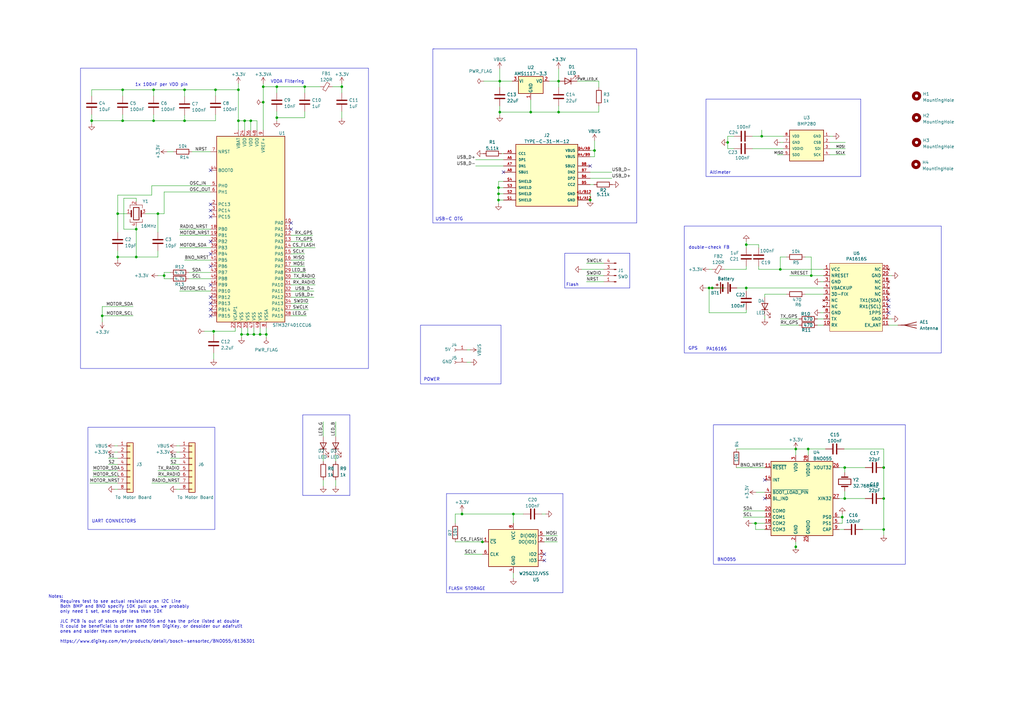
<source format=kicad_sch>
(kicad_sch (version 20231120) (generator "eeschema") (generator_version "8.0")
  (paper "A3")
  (junction (at 309.88 214.63))
  (junction (at 87.63 135.89))
  (junction (at 62.992 36.83))
  (junction (at 99.06 137.16))
  (junction (at 326.39 184.15))
  (junction (at 229.108 45.974))
  (junction (at 306.07 100.33))
  (junction (at 346.456 204.47))
  (junction (at 345.44 212.09))
  (junction (at 243.84 61.722))
  (junction (at 326.39 224.282))
  (junction (at 55.88 93.98))
  (junction (at 197.866 222.25))
  (junction (at 64.77 87.63))
  (junction (at 62.992 49.53))
  (junction (at 320.04 110.49))
  (junction (at 204.47 76.962))
  (junction (at 346.456 191.77))
  (junction (at 48.26 105.41))
  (junction (at 204.47 82.042))
  (junction (at 124.968 35.56))
  (junction (at 362.458 191.77))
  (junction (at 48.26 87.63))
  (junction (at 106.68 137.16))
  (junction (at 75.692 36.83))
  (junction (at 306.07 118.11))
  (junction (at 55.88 105.41))
  (junction (at 113.538 35.56))
  (junction (at 204.47 79.502))
  (junction (at 101.6 137.16))
  (junction (at 140.208 35.56))
  (junction (at 210.566 210.82))
  (junction (at 41.91 129.54))
  (junction (at 204.978 33.274))
  (junction (at 102.87 49.53))
  (junction (at 298.45 58.42))
  (junction (at 362.458 217.17))
  (junction (at 331.47 184.15))
  (junction (at 229.108 33.274))
  (junction (at 107.95 41.91))
  (junction (at 104.14 137.16))
  (junction (at 67.31 113.03))
  (junction (at 107.95 35.56))
  (junction (at 88.392 36.83))
  (junction (at 290.83 118.11))
  (junction (at 332.74 113.03))
  (junction (at 97.79 36.83))
  (junction (at 100.33 49.53))
  (junction (at 217.678 45.974))
  (junction (at 97.79 49.53))
  (junction (at 50.292 36.83))
  (junction (at 37.592 49.53))
  (junction (at 109.22 137.16))
  (junction (at 50.292 49.53))
  (junction (at 113.538 48.26))
  (junction (at 204.978 45.974))
  (junction (at 242.062 82.042))
  (junction (at 189.484 210.82))
  (junction (at 75.692 49.53))
  (junction (at 312.42 55.88))
  (junction (at 362.458 204.47))
  (junction (at 292.1 118.11))
  (no_connect (at 86.36 127))
  (no_connect (at 364.49 125.73))
  (no_connect (at 364.49 128.27))
  (no_connect (at 86.36 99.06))
  (no_connect (at 119.38 93.98))
  (no_connect (at 206.502 70.612))
  (no_connect (at 86.36 121.92))
  (no_connect (at 86.36 116.84))
  (no_connect (at 86.36 104.14))
  (no_connect (at 86.36 83.82))
  (no_connect (at 119.38 91.44))
  (no_connect (at 86.36 86.36))
  (no_connect (at 86.36 88.9))
  (no_connect (at 86.36 69.85))
  (no_connect (at 242.062 68.072))
  (no_connect (at 364.49 123.19))
  (no_connect (at 313.69 196.85))
  (no_connect (at 313.69 204.47))
  (no_connect (at 86.36 109.22))
  (no_connect (at 86.36 124.46))
  (no_connect (at 223.266 227.33))
  (no_connect (at 223.266 229.87))
  (no_connect (at 86.36 129.54))
  (wire (pts (xy 346.456 191.77) (xy 354.838 191.77)))
  (wire (pts (xy 68.58 62.23) (xy 71.12 62.23)))
  (polyline (pts (xy 231.648 103.886) (xy 231.648 118.11)))
  (wire (pts (xy 290.83 118.11) (xy 290.83 128.27)))
  (wire (pts (xy 88.392 36.83) (xy 97.79 36.83)))
  (wire (pts (xy 298.45 60.96) (xy 300.99 60.96)))
  (wire (pts (xy 119.38 96.52) (xy 128.27 96.52)))
  (wire (pts (xy 229.108 43.434) (xy 229.108 45.974)))
  (wire (pts (xy 346.202 184.15) (xy 362.458 184.15)))
  (wire (pts (xy 87.63 144.78) (xy 87.63 147.32)))
  (wire (pts (xy 55.88 93.98) (xy 55.88 92.71)))
  (wire (pts (xy 309.88 217.17) (xy 309.88 214.63)))
  (wire (pts (xy 312.42 55.88) (xy 321.31 55.88)))
  (wire (pts (xy 62.23 76.2) (xy 62.23 80.01)))
  (wire (pts (xy 323.85 113.03) (xy 332.74 113.03)))
  (wire (pts (xy 247.65 107.95) (xy 240.538 107.95)))
  (wire (pts (xy 292.1 110.49) (xy 290.83 110.49)))
  (wire (pts (xy 48.26 87.63) (xy 48.26 95.25)))
  (wire (pts (xy 41.91 129.54) (xy 54.61 129.54)))
  (wire (pts (xy 190.5 227.33) (xy 197.866 227.33)))
  (wire (pts (xy 124.968 45.72) (xy 124.968 48.26)))
  (wire (pts (xy 320.04 133.35) (xy 327.66 133.35)))
  (wire (pts (xy 132.588 186.69) (xy 132.588 189.23)))
  (wire (pts (xy 306.07 118.11) (xy 337.82 118.11)))
  (wire (pts (xy 107.95 41.91) (xy 107.95 53.34)))
  (wire (pts (xy 217.678 40.894) (xy 217.678 45.974)))
  (wire (pts (xy 132.588 196.85) (xy 132.588 199.39)))
  (wire (pts (xy 77.47 114.3) (xy 86.36 114.3)))
  (wire (pts (xy 50.292 46.99) (xy 50.292 49.53)))
  (wire (pts (xy 346.456 204.47) (xy 344.17 204.47)))
  (wire (pts (xy 204.978 33.274) (xy 210.058 33.274)))
  (wire (pts (xy 344.17 217.17) (xy 346.202 217.17)))
  (wire (pts (xy 310.134 201.93) (xy 313.69 201.93)))
  (wire (pts (xy 97.79 34.29) (xy 97.79 36.83)))
  (wire (pts (xy 48.26 87.63) (xy 52.07 87.63)))
  (wire (pts (xy 62.992 46.99) (xy 62.992 49.53)))
  (wire (pts (xy 362.458 191.77) (xy 362.458 204.47)))
  (wire (pts (xy 243.84 61.722) (xy 242.062 61.722)))
  (polyline (pts (xy 261.112 91.44) (xy 177.546 91.44)))
  (wire (pts (xy 242.062 70.612) (xy 250.952 70.612)))
  (wire (pts (xy 102.87 49.53) (xy 100.33 49.53)))
  (wire (pts (xy 140.208 34.29) (xy 140.208 35.56)))
  (wire (pts (xy 64.77 87.63) (xy 64.77 95.25)))
  (wire (pts (xy 326.39 222.25) (xy 326.39 224.282)))
  (wire (pts (xy 101.6 134.62) (xy 101.6 137.16)))
  (wire (pts (xy 336.55 115.57) (xy 337.82 115.57)))
  (wire (pts (xy 189.484 209.804) (xy 189.484 210.82)))
  (wire (pts (xy 48.26 102.87) (xy 48.26 105.41)))
  (wire (pts (xy 313.69 120.65) (xy 313.69 121.92)))
  (wire (pts (xy 46.99 200.66) (xy 48.26 200.66)))
  (wire (pts (xy 62.23 80.01) (xy 48.26 80.01)))
  (wire (pts (xy 88.392 49.53) (xy 75.692 49.53)))
  (wire (pts (xy 204.978 28.194) (xy 204.978 33.274)))
  (wire (pts (xy 41.91 125.73) (xy 41.91 129.54)))
  (wire (pts (xy 223.266 222.25) (xy 228.6 222.25)))
  (wire (pts (xy 50.8 81.28) (xy 50.8 93.98)))
  (wire (pts (xy 364.49 113.03) (xy 365.76 113.03)))
  (wire (pts (xy 229.108 45.974) (xy 217.678 45.974)))
  (wire (pts (xy 113.538 45.72) (xy 113.538 48.26)))
  (wire (pts (xy 72.39 200.66) (xy 73.66 200.66)))
  (polyline (pts (xy 230.886 243.078) (xy 183.134 243.078)))
  (wire (pts (xy 88.392 39.37) (xy 88.392 36.83)))
  (polyline (pts (xy 183.134 202.438) (xy 230.886 202.438)))
  (wire (pts (xy 55.88 93.98) (xy 55.88 105.41)))
  (wire (pts (xy 340.36 60.96) (xy 346.71 60.96)))
  (wire (pts (xy 124.968 38.1) (xy 124.968 35.56)))
  (wire (pts (xy 320.04 105.41) (xy 322.58 105.41)))
  (wire (pts (xy 55.88 81.28) (xy 50.8 81.28)))
  (polyline (pts (xy 183.134 202.438) (xy 183.134 243.078)))
  (wire (pts (xy 132.588 172.974) (xy 132.588 179.07)))
  (wire (pts (xy 140.208 45.72) (xy 140.208 48.514)))
  (wire (pts (xy 292.1 118.11) (xy 297.18 118.11)))
  (wire (pts (xy 119.38 121.92) (xy 128.778 121.92)))
  (polyline (pts (xy 124.206 203.2) (xy 143.51 203.2)))
  (wire (pts (xy 204.978 33.274) (xy 204.978 35.814)))
  (wire (pts (xy 204.47 76.962) (xy 204.47 79.502)))
  (wire (pts (xy 302.006 191.77) (xy 313.69 191.77)))
  (wire (pts (xy 109.22 137.16) (xy 109.22 138.43)))
  (wire (pts (xy 331.47 184.15) (xy 331.47 186.69)))
  (wire (pts (xy 97.79 36.83) (xy 97.79 49.53)))
  (wire (pts (xy 326.39 184.15) (xy 326.39 186.69)))
  (wire (pts (xy 344.17 212.09) (xy 345.44 212.09)))
  (wire (pts (xy 320.04 110.49) (xy 337.82 110.49)))
  (wire (pts (xy 83.82 135.89) (xy 87.63 135.89)))
  (wire (pts (xy 306.07 110.49) (xy 306.07 109.22)))
  (wire (pts (xy 312.42 53.34) (xy 312.42 55.88)))
  (wire (pts (xy 73.66 101.6) (xy 86.36 101.6)))
  (wire (pts (xy 119.38 129.54) (xy 125.73 129.54)))
  (wire (pts (xy 113.538 48.26) (xy 124.968 48.26)))
  (wire (pts (xy 198.12 222.25) (xy 197.866 222.25)))
  (wire (pts (xy 67.31 114.3) (xy 69.85 114.3)))
  (wire (pts (xy 105.41 49.53) (xy 102.87 49.53)))
  (wire (pts (xy 345.44 214.63) (xy 345.44 212.09)))
  (wire (pts (xy 290.83 118.11) (xy 292.1 118.11)))
  (wire (pts (xy 245.618 33.274) (xy 245.618 35.814)))
  (wire (pts (xy 137.668 196.85) (xy 137.668 199.39)))
  (wire (pts (xy 198.374 33.274) (xy 204.978 33.274)))
  (wire (pts (xy 64.77 195.58) (xy 73.66 195.58)))
  (wire (pts (xy 353.822 217.17) (xy 362.458 217.17)))
  (wire (pts (xy 320.04 58.42) (xy 321.31 58.42)))
  (wire (pts (xy 298.45 58.42) (xy 298.45 60.96)))
  (wire (pts (xy 101.6 137.16) (xy 99.06 137.16)))
  (wire (pts (xy 204.47 79.502) (xy 206.502 79.502)))
  (wire (pts (xy 245.618 45.974) (xy 229.108 45.974)))
  (wire (pts (xy 225.298 33.274) (xy 229.108 33.274)))
  (wire (pts (xy 109.22 134.62) (xy 109.22 137.16)))
  (wire (pts (xy 109.22 137.16) (xy 106.68 137.16)))
  (wire (pts (xy 326.39 184.15) (xy 331.47 184.15)))
  (wire (pts (xy 106.68 134.62) (xy 106.68 137.16)))
  (polyline (pts (xy 177.546 91.44) (xy 177.546 20.066)))
  (wire (pts (xy 311.15 110.49) (xy 320.04 110.49)))
  (wire (pts (xy 124.968 35.56) (xy 131.318 35.56)))
  (wire (pts (xy 73.66 96.52) (xy 86.36 96.52)))
  (wire (pts (xy 346.456 204.47) (xy 354.838 204.47)))
  (wire (pts (xy 222.25 210.82) (xy 223.774 210.82)))
  (wire (pts (xy 69.85 187.96) (xy 73.66 187.96)))
  (wire (pts (xy 137.668 172.974) (xy 137.668 179.07)))
  (wire (pts (xy 55.88 82.55) (xy 55.88 81.28)))
  (polyline (pts (xy 261.112 20.066) (xy 261.112 91.44)))
  (polyline (pts (xy 231.648 103.886) (xy 258.318 103.886)))
  (wire (pts (xy 50.8 93.98) (xy 55.88 93.98)))
  (wire (pts (xy 46.99 182.88) (xy 48.26 182.88)))
  (wire (pts (xy 336.55 128.27) (xy 337.82 128.27)))
  (wire (pts (xy 119.38 124.46) (xy 126.492 124.46)))
  (wire (pts (xy 106.68 137.16) (xy 104.14 137.16)))
  (wire (pts (xy 242.062 73.152) (xy 250.952 73.152)))
  (wire (pts (xy 313.69 120.65) (xy 322.58 120.65)))
  (wire (pts (xy 240.538 115.57) (xy 247.65 115.57)))
  (wire (pts (xy 332.74 113.03) (xy 332.74 105.41)))
  (wire (pts (xy 238.506 110.49) (xy 247.65 110.49)))
  (wire (pts (xy 119.38 104.14) (xy 124.968 104.14)))
  (wire (pts (xy 204.47 76.962) (xy 206.502 76.962)))
  (wire (pts (xy 223.266 219.71) (xy 228.6 219.71)))
  (wire (pts (xy 186.69 210.82) (xy 189.484 210.82)))
  (wire (pts (xy 37.592 39.37) (xy 37.592 36.83)))
  (wire (pts (xy 75.692 49.53) (xy 62.992 49.53)))
  (wire (pts (xy 64.77 105.41) (xy 55.88 105.41)))
  (wire (pts (xy 206.502 74.422) (xy 204.47 74.422)))
  (wire (pts (xy 306.07 100.33) (xy 311.15 100.33)))
  (wire (pts (xy 229.108 33.274) (xy 229.108 28.194)))
  (wire (pts (xy 140.208 35.56) (xy 140.208 38.1)))
  (wire (pts (xy 302.26 118.11) (xy 306.07 118.11)))
  (wire (pts (xy 113.538 35.56) (xy 107.95 35.56)))
  (wire (pts (xy 44.45 190.5) (xy 48.26 190.5)))
  (wire (pts (xy 191.516 143.51) (xy 192.786 143.51)))
  (wire (pts (xy 242.062 79.502) (xy 242.062 82.042)))
  (wire (pts (xy 308.356 214.63) (xy 309.88 214.63)))
  (wire (pts (xy 62.23 198.12) (xy 73.66 198.12)))
  (wire (pts (xy 330.2 120.65) (xy 337.82 120.65)))
  (wire (pts (xy 243.84 57.658) (xy 243.84 61.722)))
  (wire (pts (xy 191.516 148.59) (xy 193.04 148.59)))
  (wire (pts (xy 38.1 195.58) (xy 48.26 195.58)))
  (wire (pts (xy 298.45 55.88) (xy 298.45 58.42)))
  (wire (pts (xy 75.692 47.244) (xy 75.692 49.53)))
  (wire (pts (xy 54.61 125.73) (xy 41.91 125.73)))
  (wire (pts (xy 75.692 36.83) (xy 75.692 39.624)))
  (wire (pts (xy 210.566 214.63) (xy 210.566 210.82)))
  (wire (pts (xy 100.33 49.53) (xy 100.33 53.34)))
  (wire (pts (xy 136.398 35.56) (xy 140.208 35.56)))
  (wire (pts (xy 304.8 212.09) (xy 313.69 212.09)))
  (polyline (pts (xy 258.318 118.11) (xy 231.648 118.11)))
  (wire (pts (xy 44.45 187.96) (xy 48.26 187.96)))
  (wire (pts (xy 72.39 185.42) (xy 73.66 185.42)))
  (wire (pts (xy 107.95 34.29) (xy 107.95 35.56)))
  (wire (pts (xy 362.458 204.47) (xy 362.458 217.17)))
  (wire (pts (xy 104.14 137.16) (xy 101.6 137.16)))
  (wire (pts (xy 326.39 224.282) (xy 326.39 225.298)))
  (polyline (pts (xy 177.546 20.066) (xy 178.054 20.066)))
  (wire (pts (xy 311.15 100.33) (xy 311.15 101.6)))
  (wire (pts (xy 67.31 87.63) (xy 64.77 87.63)))
  (wire (pts (xy 62.992 36.83) (xy 62.992 39.37)))
  (polyline (pts (xy 258.318 103.886) (xy 258.318 118.11)))
  (wire (pts (xy 345.44 210.82) (xy 345.44 212.09)))
  (wire (pts (xy 186.69 222.25) (xy 197.866 222.25)))
  (wire (pts (xy 364.49 130.81) (xy 365.76 130.81)))
  (wire (pts (xy 306.07 119.38) (xy 306.07 118.11)))
  (wire (pts (xy 75.692 36.83) (xy 88.392 36.83)))
  (wire (pts (xy 113.538 48.26) (xy 113.538 49.53)))
  (wire (pts (xy 313.69 129.54) (xy 313.69 130.81)))
  (wire (pts (xy 50.292 49.53) (xy 37.592 49.53)))
  (polyline (pts (xy 230.886 202.438) (xy 230.886 243.078)))
  (polyline (pts (xy 143.51 170.18) (xy 124.206 170.18)))
  (wire (pts (xy 308.61 60.96) (xy 321.31 60.96)))
  (wire (pts (xy 36.83 198.12) (xy 48.26 198.12)))
  (wire (pts (xy 186.69 210.82) (xy 186.69 214.63)))
  (wire (pts (xy 204.47 79.502) (xy 204.47 82.042)))
  (wire (pts (xy 204.47 74.422) (xy 204.47 76.962)))
  (wire (pts (xy 210.566 210.82) (xy 214.63 210.82)))
  (wire (pts (xy 204.978 45.974) (xy 204.978 47.244)))
  (wire (pts (xy 304.8 209.55) (xy 313.69 209.55)))
  (wire (pts (xy 41.91 129.54) (xy 41.91 132.08)))
  (wire (pts (xy 67.31 78.74) (xy 67.31 87.63)))
  (wire (pts (xy 96.52 135.89) (xy 96.52 134.62)))
  (wire (pts (xy 204.978 43.434) (xy 204.978 45.974)))
  (wire (pts (xy 87.63 135.89) (xy 96.52 135.89)))
  (wire (pts (xy 308.61 55.88) (xy 312.42 55.88)))
  (polyline (pts (xy 124.206 170.434) (xy 124.206 203.2)))
  (polyline (pts (xy 124.206 170.18) (xy 124.206 170.434)))
  (wire (pts (xy 119.38 101.6) (xy 129.286 101.6)))
  (wire (pts (xy 332.74 113.03) (xy 337.82 113.03)))
  (wire (pts (xy 107.95 35.56) (xy 107.95 41.91)))
  (wire (pts (xy 119.38 106.68) (xy 124.968 106.68)))
  (wire (pts (xy 206.502 82.042) (xy 204.47 82.042)))
  (wire (pts (xy 119.38 109.22) (xy 124.968 109.22)))
  (wire (pts (xy 102.87 49.53) (xy 102.87 53.34)))
  (wire (pts (xy 124.968 35.56) (xy 113.538 35.56)))
  (wire (pts (xy 340.36 58.42) (xy 346.71 58.42)))
  (wire (pts (xy 88.392 46.99) (xy 88.392 49.53)))
  (wire (pts (xy 217.678 45.974) (xy 204.978 45.974)))
  (wire (pts (xy 210.566 234.95) (xy 210.566 237.236)))
  (wire (pts (xy 195.072 68.072) (xy 206.502 68.072)))
  (wire (pts (xy 48.26 105.41) (xy 48.26 106.68)))
  (wire (pts (xy 62.23 76.2) (xy 86.36 76.2)))
  (wire (pts (xy 362.458 217.17) (xy 362.458 219.456)))
  (wire (pts (xy 206.502 65.532) (xy 195.072 65.532)))
  (wire (pts (xy 344.17 191.77) (xy 346.456 191.77)))
  (wire (pts (xy 119.38 111.76) (xy 125.476 111.76)))
  (wire (pts (xy 137.668 186.69) (xy 137.668 189.23)))
  (wire (pts (xy 313.69 217.17) (xy 309.88 217.17)))
  (wire (pts (xy 37.592 49.53) (xy 37.592 50.8)))
  (wire (pts (xy 346.456 191.77) (xy 346.456 193.802)))
  (wire (pts (xy 99.06 134.62) (xy 99.06 137.16)))
  (wire (pts (xy 309.88 214.63) (xy 313.69 214.63)))
  (wire (pts (xy 67.31 111.76) (xy 67.31 113.03)))
  (wire (pts (xy 77.47 111.76) (xy 86.36 111.76)))
  (wire (pts (xy 46.99 185.42) (xy 48.26 185.42)))
  (wire (pts (xy 340.36 55.88) (xy 341.63 55.88)))
  (wire (pts (xy 67.31 113.03) (xy 67.31 114.3)))
  (wire (pts (xy 73.66 119.38) (xy 86.36 119.38)))
  (wire (pts (xy 204.47 82.042) (xy 204.47 83.566)))
  (wire (pts (xy 300.99 55.88) (xy 298.45 55.88)))
  (wire (pts (xy 113.538 35.56) (xy 113.538 38.1)))
  (wire (pts (xy 69.85 190.5) (xy 73.66 190.5)))
  (wire (pts (xy 242.062 75.692) (xy 243.586 75.692)))
  (wire (pts (xy 364.49 133.35) (xy 368.3 133.35)))
  (wire (pts (xy 119.38 116.84) (xy 129.286 116.84)))
  (wire (pts (xy 37.592 36.83) (xy 50.292 36.83)))
  (wire (pts (xy 330.2 105.41) (xy 332.74 105.41)))
  (wire (pts (xy 104.14 134.62) (xy 104.14 137.16)))
  (wire (pts (xy 119.38 99.06) (xy 128.27 99.06)))
  (wire (pts (xy 97.79 49.53) (xy 97.79 53.34)))
  (wire (pts (xy 320.04 105.41) (xy 320.04 110.49)))
  (wire (pts (xy 119.38 127) (xy 126.492 127)))
  (wire (pts (xy 245.618 43.434) (xy 245.618 45.974)))
  (wire (pts (xy 306.07 128.27) (xy 306.07 127)))
  (wire (pts (xy 236.728 33.274) (xy 245.618 33.274)))
  (wire (pts (xy 64.77 193.04) (xy 73.66 193.04)))
  (wire (pts (xy 205.74 62.992) (xy 206.502 62.992)))
  (wire (pts (xy 306.07 110.49) (xy 297.18 110.49)))
  (wire (pts (xy 99.06 137.16) (xy 99.06 138.43)))
  (wire (pts (xy 50.292 36.83) (xy 50.292 39.37)))
  (wire (pts (xy 67.31 111.76) (xy 69.85 111.76)))
  (wire (pts (xy 87.63 137.16) (xy 87.63 135.89)))
  (wire (pts (xy 302.006 184.15) (xy 326.39 184.15)))
  (wire (pts (xy 64.77 102.87) (xy 64.77 105.41)))
  (wire (pts (xy 72.39 182.88) (xy 73.66 182.88)))
  (wire (pts (xy 189.484 210.82) (xy 210.566 210.82)))
  (wire (pts (xy 73.66 93.98) (xy 86.36 93.98)))
  (wire (pts (xy 320.04 130.81) (xy 327.66 130.81)))
  (wire (pts (xy 344.17 214.63) (xy 345.44 214.63)))
  (wire (pts (xy 306.07 99.06) (xy 306.07 100.33)))
  (wire (pts (xy 105.41 53.34) (xy 105.41 49.53)))
  (wire (pts (xy 290.83 128.27) (xy 306.07 128.27)))
  (wire (pts (xy 59.69 87.63) (xy 64.77 87.63)))
  (wire (pts (xy 62.992 49.53) (xy 50.292 49.53)))
  (wire (pts (xy 119.38 114.3) (xy 129.286 114.3)))
  (wire (pts (xy 119.38 119.38) (xy 128.778 119.38)))
  (wire (pts (xy 48.26 80.01) (xy 48.26 87.63)))
  (wire (pts (xy 67.31 78.74) (xy 86.36 78.74)))
  (wire (pts (xy 100.33 49.53) (xy 97.79 49.53)))
  (wire (pts (xy 346.456 201.422) (xy 346.456 204.47)))
  (polyline (pts (xy 143.51 203.2) (xy 143.51 170.18)))
  (wire (pts (xy 242.062 64.262) (xy 243.84 64.262)))
  (wire (pts (xy 362.458 184.15) (xy 362.458 191.77)))
  (wire (pts (xy 67.31 113.03) (xy 64.77 113.03)))
  (wire (pts (xy 38.1 193.04) (xy 48.26 193.04)))
  (wire (pts (xy 306.07 100.33) (xy 306.07 101.6)))
  (wire (pts (xy 311.15 110.49) (xy 311.15 109.22)))
  (wire (pts (xy 75.692 106.68) (xy 86.36 106.68)))
  (wire (pts (xy 50.292 36.83) (xy 62.992 36.83)))
  (wire (pts (xy 243.84 64.262) (xy 243.84 61.722)))
  (wire (pts (xy 340.36 63.5) (xy 346.71 63.5)))
  (wire (pts (xy 331.47 184.15) (xy 338.582 184.15)))
  (wire (pts (xy 55.88 105.41) (xy 48.26 105.41)))
  (wire (pts (xy 335.28 133.35) (xy 337.82 133.35)))
  (wire (pts (xy 37.592 46.99) (xy 37.592 49.53)))
  (wire (pts (xy 335.28 130.81) (xy 337.82 130.81)))
  (wire (pts (xy 318.77 63.5) (xy 321.31 63.5)))
  (wire (pts (xy 229.108 33.274) (xy 229.108 35.814)))
  (wire (pts (xy 62.992 36.83) (xy 75.692 36.83)))
  (wire (pts (xy 78.74 62.23) (xy 86.36 62.23)))
  (polyline (pts (xy 177.8 20.066) (xy 261.112 20.066)))
  (wire (pts (xy 247.65 113.03) (xy 240.538 113.03)))
  (wire (pts (xy 289.56 118.11) (xy 290.83 118.11)))
  (rectangle (start 292.608 174.244) (end 371.348 231.394))
  (rectangle (start 33.02 27.94) (end 151.13 151.13))
  (rectangle (start 289.56 40.64) (end 353.06 72.39))
  (rectangle (start 280.67 92.71) (end 386.08 144.78))
  (rectangle (start 172.466 133.35) (end 205.486 157.48))
  (rectangle (start 36.068 175.26) (end 88.138 217.17))
  (text "double-check FB" (at 290.83 101.6 0) (effects (font (size 1.27 1.27))))
  (text "VDDA Filtering" (at 110.998 34.29 0) (effects (font (size 1.27 1.27)) (justify left bottom)))
  (text "Flash" (at 232.156 117.602 0) (effects (font (size 1.27 1.27)) (justify left bottom)))
  (text "Altimeter" (at 295.402 70.866 0) (effects (font (size 1.27 1.27))))
  (text "FLASH STORAGE" (at 183.896 242.316 0) (effects (font (size 1.27 1.27)) (justify left bottom)))
  (text "PA1616S" (at 293.878 143.256 0) (effects (font (size 1.27 1.27))))
  (text "1x 100nF per VDD pin" (at 55.372 35.56 0) (effects (font (size 1.27 1.27)) (justify left bottom)))
  (text "Notes:\n	Requires test to see actual resistance on I2C Line\n	Both BMP and BNO specify 10K pull ups, we probably\n	only need 1 set, and maybe less than 10K\n\n	JLC PCB is out of stock of the BNO055 and has the price listed at double\n	it could be beneficial to order some from DigiKey, or desolder our adafrutit\n	ones and solder them ourselves\n\n	https://www.digikey.com/en/products/detail/bosch-sensortec/BNO055/6136301" (at 19.812 263.906 0) (effects (font (size 1.27 1.27)) (justify left bottom)))
  (text "USB-C OTG" (at 178.562 90.678 0) (effects (font (size 1.27 1.27)) (justify left bottom)))
  (text "GPS" (at 284.226 143.002 0) (effects (font (size 1.27 1.27))))
  (text "UART CONNECTORS" (at 46.736 213.868 0) (effects (font (size 1.27 1.27))))
  (text "BNO055" (at 294.132 230.378 0) (effects (font (size 1.27 1.27)) (justify left bottom)))
  (text "POWER" (at 173.736 156.464 0) (effects (font (size 1.27 1.27)) (justify left bottom)))
  (label "USB_D-" (at 128.778 119.38 180))
  (label "USB_D+" (at 128.778 121.92 180))
  (label "NRESET" (at 331.47 113.03 180))
  (label "TX_RADIO" (at 129.286 114.3 180))
  (label "MOTOR_SDA" (at 54.61 125.73 180))
  (label "S2" (at 44.45 190.5 0))
  (label "TX_RADIO" (at 64.77 193.04 0))
  (label "MISO" (at 321.31 63.5 180) (effects (font (size 1.016 1.016))))
  (label "SCLK" (at 346.71 63.5 180) (effects (font (size 1.016 1.016))))
  (label "MOTOR_SCL" (at 73.66 119.38 0))
  (label "USB_D-" (at 195.072 68.072 180))
  (label "USB_D+" (at 195.072 65.532 180))
  (label "LED_B" (at 125.476 111.76 180))
  (label "OSC_IN" (at 77.724 76.2 0))
  (label "S1" (at 69.85 187.96 0))
  (label "MOTOR_SCL" (at 54.61 129.54 180))
  (label "TX_GPS" (at 320.04 130.81 0))
  (label "BNO_NRST" (at 75.692 106.68 0))
  (label "SWCLK" (at 240.538 107.95 0))
  (label "SCL" (at 78.74 114.3 0))
  (label "CS_FLASH" (at 129.286 101.6 180))
  (label "LED_G" (at 125.73 129.54 180))
  (label "SWDIO" (at 240.538 113.03 0))
  (label "MOSI" (at 346.71 60.96 180) (effects (font (size 1.016 1.016))))
  (label "TX_GPS" (at 128.27 99.06 180))
  (label "CS_FLASH" (at 198.12 222.25 180))
  (label "OSC_OUT" (at 77.724 78.74 0))
  (label "NRST" (at 240.538 115.57 0))
  (label "MOTOR_SDA" (at 73.66 101.6 0))
  (label "RX_GPS" (at 320.04 133.35 0))
  (label "USB_D-" (at 250.952 70.612 0))
  (label "MOSI" (at 228.6 219.71 180))
  (label "SWCLK" (at 126.492 127 180))
  (label "S1" (at 44.45 187.96 0))
  (label "RADIO_NRST" (at 62.23 198.12 0))
  (label "LED_B" (at 137.668 172.974 270))
  (label "SDA" (at 78.74 111.76 0))
  (label "MISO" (at 124.968 106.68 180))
  (label "PWR_LED_K" (at 236.728 33.274 0) (effects (font (size 1 1))))
  (label "BNO_NRST" (at 303.53 191.77 0))
  (label "MOTOR_SDA" (at 38.1 193.04 0))
  (label "SCLK" (at 124.968 104.14 180))
  (label "RADIO_NRST" (at 73.66 93.98 0))
  (label "S2" (at 69.85 190.5 0))
  (label "USB_D+" (at 250.952 73.152 0))
  (label "MOTOR_NRST" (at 73.66 96.52 0))
  (label "MOTOR_SCL" (at 38.1 195.58 0))
  (label "RX_RADIO" (at 64.77 195.58 0))
  (label "RX_RADIO" (at 129.286 116.84 180))
  (label "MOTOR_NRST" (at 36.83 198.12 0))
  (label "SWDIO" (at 126.492 124.46 180))
  (label "NRST" (at 80.01 62.23 0))
  (label "SCLK" (at 190.5 227.33 0))
  (label "SCL" (at 304.8 212.09 0))
  (label "LED_G" (at 132.588 172.974 270))
  (label "RX_GPS" (at 128.27 96.52 180))
  (label "MISO" (at 228.6 222.25 180))
  (label "SDA" (at 304.8 209.55 0))
  (label "MOSI" (at 124.968 109.22 180))
  (symbol (lib_id "power:GND") (at 313.69 130.81 0) (unit 1)
    (property "Reference" "#PWR08" (effects (hide yes)))
    (property "Value" "GND" (effects (hide yes)))
  )
  (symbol (lib_id "power:GND") (at 87.63 147.32 0) (unit 1)
    (property "Reference" "#PWR0116" (effects (hide yes)))
    (property "Value" "GND" (effects (hide yes)))
  )
  (symbol (lib_id "power:GND") (at 132.588 199.39 0) (unit 1)
    (property "Reference" "#PWR0136" (effects (hide yes)))
    (property "Value" "GND" (effects (hide yes)))
  )
  (symbol (lib_id "power:GND") (at 99.06 138.43 0) (unit 1)
    (property "Reference" "#PWR0117" (effects (hide yes)))
    (property "Value" "GND" (effects (hide yes)))
  )
  (symbol (lib_id "PA1616D:PA1616D") (at 340.36 107.95 0) (unit 1)
    (property "Reference" "U6" (at 351.282 103.886 0))
    (property "Value" "PA1616S" (at 351.282 106.172 0))
  )
  (symbol (lib_id "power:GND") (at 308.356 214.63 270) (unit 1)
    (property "Reference" "#PWR0123" (effects (hide yes)))
    (property "Value" "GND" (effects (hide yes)))
  )
  (symbol (lib_id "Connector:Conn_01x01_Female") (at 186.436 143.51 0) (mirror y) (unit 1)
    (property "Reference" "J4" (at 187.452 141.478 0) (effects (justify left)))
    (property "Value" "5V" (at 184.912 143.256 0) (effects (justify left)))
    (property "Footprint" "TestPoint:TestPoint_THTPad_2.5x2.5mm_Drill1.2mm" (effects (hide yes)))
  )
  (symbol (lib_id "power:GND") (at 326.39 224.282 0) (unit 1)
    (property "Reference" "#PWR0125" (effects (hide yes)))
    (property "Value" "GND" (effects (hide yes)))
  )
  (symbol (lib_id "Connector_Generic:Conn_01x08") (at 53.34 190.5 0) (unit 1)
    (property "Reference" "J3" (at 55.88 190.4999 0) (effects (justify left)))
    (property "Value" "To Motor Board" (at 47.244 203.962 0) (effects (justify left)))
    (property "Description" "Generic connector, single row, 01x08, script generated (kicad-library-utils/schlib/autogen/connector/)" (effects (hide yes)))
  )
  (symbol (lib_id "Device:LED") (at 313.69 125.73 90) (unit 1)
    (property "Reference" "D4" (at 310.896 123.444 90) (effects (justify right)))
    (property "Value" "LED" (at 310.134 128.27 90) (effects (justify right)))
    (property "Footprint" "LED_SMD:LED_0603_1608Metric" (effects (hide yes)))
    (property "LCSC Part" "C273598" (effects (hide yes)))
  )
  (symbol (lib_id "Device:Antenna") (at 373.38 133.35 270) (unit 1)
    (property "Reference" "AE1" (at 377.19 132.0799 90) (effects (justify left)))
    (property "Value" "Antenna" (at 377.19 134.6199 90) (effects (justify left)))
    (property "Footprint" "Connector_Coaxial:U.FL_Molex_MCRF_73412-0110_Vertical" (effects (hide yes)))
    (property "Description" "Antenna" (effects (hide yes)))
  )
  (symbol (lib_id "power:GND") (at 140.208 48.514 0) (unit 1)
    (property "Reference" "#PWR0107" (effects (hide yes)))
    (property "Value" "GND" (effects (hide yes)))
  )
  (symbol (lib_id "Mechanical:MountingHole") (at 375.92 39.37 0) (unit 1)
    (property "Reference" "H1" (at 378.46 38.5353 0) (effects (justify left)))
    (property "Value" "MountingHole" (at 378.46 41.0722 0) (effects (justify left)))
    (property "Footprint" "MountingHole:MountingHole_3.2mm_M3" (effects (hide yes)))
  )
  (symbol (lib_id "Device:R") (at 331.47 130.81 90) (unit 1)
    (property "Reference" "R10" (at 330.454 128.778 90))
    (property "Value" "470" (at 331.47 130.81 90))
    (property "Footprint" "Resistor_SMD:R_0402_1005Metric" (effects (hide yes)))
    (property "LCSC Part" "C11702" (effects (hide yes)))
  )
  (symbol (lib_id "Device:R") (at 302.006 187.96 0) (unit 1)
    (property "Reference" "R4" (at 302.26 180.848 90) (effects (justify right)))
    (property "Value" "10k" (at 302.006 185.928 90) (effects (justify right)))
    (property "Footprint" "Resistor_SMD:R_0402_1005Metric" (effects (hide yes)))
    (property "LCSC Part" "C60490" (effects (hide yes)))
  )
  (symbol (lib_id "Sensor_Motion:BNO055") (at 328.93 204.47 0) (unit 1)
    (property "Reference" "U4" (at 333.4894 185.5302 0) (effects (justify left)))
    (property "Value" "BNO055" (at 333.4894 188.0671 0) (effects (justify left)))
    (property "Footprint" "Package_LGA:LGA-28_5.2x3.8mm_P0.5mm" (effects (hide yes)))
    (property "Datasheet" "https://ae-bst.resource.bosch.com/media/_tech/media/datasheets/BST_BNO055_DS000_14.pdf" (effects (hide yes)))
    (property "LCSC Part" "C93216" (effects (hide yes)))
  )
  (symbol (lib_id "Memory_Flash:W25Q32JVSS") (at 210.566 224.79 0) (unit 1)
    (property "Reference" "U5" (at 218.44 237.744 0) (effects (justify left)))
    (property "Value" "W25Q32JVSS" (at 212.852 235.204 0) (effects (justify left)))
    (property "Footprint" "Package_SO:SOIC-8_5.23x5.23mm_P1.27mm" (effects (hide yes)))
    (property "Datasheet" "http://www.winbond.com/resource-files/w25q32jv%20revg%2003272018%20plus.pdf" (effects (hide yes)))
    (property "LCSC Part" "C82344" (effects (hide yes)))
  )
  (symbol (lib_id "power:GND") (at 46.99 200.66 270) (unit 1)
    (property "Reference" "#PWR013" (effects (hide yes)))
    (property "Value" "GND" (effects (hide yes)))
  )
  (symbol (lib_id "Device:FerriteBead_Small") (at 133.858 35.56 90) (unit 1)
    (property "Reference" "FB1" (at 133.8199 30.1584 90))
    (property "Value" "120R" (at 133.8199 32.6953 90))
    (property "Footprint" "Inductor_SMD:L_0603_1608Metric" (effects (hide yes)))
    (property "LCSC Part" "C85831" (effects (hide yes)))
  )
  (symbol (lib_id "power:PWR_FLAG") (at 107.95 41.91 90) (unit 1)
    (property "Reference" "#FLG0101" (effects (hide yes)))
    (property "Value" "PWR_FLAG" (effects (hide yes)))
  )
  (symbol (lib_id "power:GND") (at 37.592 50.8 0) (unit 1)
    (property "Reference" "#PWR0102" (effects (hide yes)))
    (property "Value" "GND" (effects (hide yes)))
  )
  (symbol (lib_id "Device:R") (at 73.66 114.3 270) (unit 1)
    (property "Reference" "R13" (at 73.66 116.586 90))
    (property "Value" "4.7k" (at 73.66 114.3 90))
    (property "Footprint" "Resistor_SMD:R_0402_1005Metric" (effects (hide yes)))
    (property "LCSC Part" "C25906" (effects (hide yes)))
  )
  (symbol (lib_id "TYPE-C-31-M-12:TYPE-C-31-M-12") (at 224.282 71.882 0) (unit 1)
    (property "Reference" "J2" (at 224.282 55.4822 0))
    (property "Value" "TYPE-C-31-M-12" (at 224.282 58.0191 0))
    (property "Footprint" "USBC:HRO_TYPE-C-31-M-12" (effects (hide yes)))
    (property "SNAPEDA_PN" "TYPE-C-31-M-12" (effects (hide yes)))
    (property "MAXIMUM_PACKAGE_HEIGHT" "3.26 mm" (effects (hide yes)))
    (property "MANUFACTURER" "HRO Electronics Co., Ltd." (effects (hide yes)))
    (property "PARTREV" "2020.12.08" (effects (hide yes)))
    (property "STANDARD" "Manufacturer Recommendations" (effects (hide yes)))
    (property "LCSC Part" "C165948" (effects (hide yes)))
  )
  (symbol (lib_id "Device:C") (at 140.208 41.91 0) (unit 1)
    (property "Reference" "C11" (at 143.129 41.0753 0) (effects (justify left)))
    (property "Value" "1uF" (at 143.129 43.6122 0) (effects (justify left)))
    (property "Footprint" "Capacitor_SMD:C_0402_1005Metric" (effects (hide yes)))
    (property "LCSC Part" "C52923" (effects (hide yes)))
  )
  (symbol (lib_id "Device:R") (at 132.588 193.04 0) (unit 1)
    (property "Reference" "R8" (at 134.366 192.2053 0) (effects (justify left)))
    (property "Value" "1k" (at 134.366 194.7422 0) (effects (justify left)))
    (property "Footprint" "Resistor_SMD:R_0402_1005Metric" (effects (hide yes)))
    (property "LCSC Part" "C11702" (effects (hide yes)))
  )
  (symbol (lib_id "Regulator_Linear:AMS1117-3.3") (at 217.678 33.274 0) (unit 1)
    (property "Reference" "U2" (at 217.678 27.6692 0))
    (property "Value" "AMS1117-3.3" (at 217.678 30.2061 0))
    (property "Footprint" "Package_TO_SOT_SMD:SOT-223-3_TabPin2" (effects (hide yes)))
    (property "Datasheet" "http://www.advanced-monolithic.com/pdf/ds1117.pdf" (effects (hide yes)))
    (property "LCSC Part" "C6186" (effects (hide yes)))
  )
  (symbol (lib_id "Device:R") (at 247.396 75.692 270) (unit 1)
    (property "Reference" "R2" (at 247.396 77.978 90))
    (property "Value" "5.11k" (at 247.396 79.756 90))
    (property "Footprint" "Resistor_SMD:R_0402_1005Metric" (effects (hide yes)))
    (property "LCSC Part" "C25906" (effects (hide yes)))
  )
  (symbol (lib_id "power:+3.3V") (at 72.39 185.42 90) (unit 1)
    (property "Reference" "#PWR019" (effects (hide yes)))
    (property "Value" "+3.3V" (at 66.802 185.42 90))
  )
  (symbol (lib_id "power:GND") (at 198.12 62.992 270) (unit 1)
    (property "Reference" "#PWR0112" (effects (hide yes)))
    (property "Value" "GND" (effects (hide yes)))
  )
  (symbol (lib_id "Device:C") (at 48.26 99.06 0) (unit 1)
    (property "Reference" "C2" (at 51.181 98.2253 0) (effects (justify left)))
    (property "Value" "10pF" (at 51.181 100.7622 0) (effects (justify left)))
    (property "Footprint" "Capacitor_SMD:C_0402_1005Metric" (effects (hide yes)))
    (property "LCSC Part" "C32949" (effects (hide yes)))
  )
  (symbol (lib_id "power:GND") (at 72.39 200.66 270) (unit 1)
    (property "Reference" "#PWR020" (effects (hide yes)))
    (property "Value" "GND" (effects (hide yes)))
  )
  (symbol (lib_id "power:GND") (at 365.76 130.81 90) (unit 1)
    (property "Reference" "#PWR06" (effects (hide yes)))
    (property "Value" "GND" (effects (hide yes)))
  )
  (symbol (lib_id "Device:C") (at 37.592 43.18 0) (unit 1)
    (property "Reference" "C4" (at 40.513 42.3453 0) (effects (justify left)))
    (property "Value" "10uF" (at 40.513 44.8822 0) (effects (justify left)))
    (property "Footprint" "Capacitor_SMD:C_0402_1005Metric" (effects (hide yes)))
    (property "LCSC Part" "C19702" (effects (hide yes)))
  )
  (symbol (lib_id "power:GND") (at 362.458 219.456 0) (unit 1)
    (property "Reference" "#PWR0122" (effects (hide yes)))
    (property "Value" "GND" (effects (hide yes)))
  )
  (symbol (lib_id "power:GND") (at 242.062 82.042 0) (unit 1)
    (property "Reference" "#PWR0114" (effects (hide yes)))
    (property "Value" "GND" (effects (hide yes)))
  )
  (symbol (lib_id "power:+3.3V") (at 189.484 209.804 0) (unit 1)
    (property "Reference" "#PWR0127" (effects (hide yes)))
    (property "Value" "+3.3V" (at 189.484 205.994 0))
  )
  (symbol (lib_id "power:VBUS") (at 192.786 143.51 270) (mirror x) (unit 1)
    (property "Reference" "#PWR01" (effects (hide yes)))
    (property "Value" "VBUS" (at 196.596 143.51 0))
  )
  (symbol (lib_id "Device:C") (at 306.07 105.41 180) (unit 1)
    (property "Reference" "C21" (at 303.149 106.2447 0) (effects (justify left)))
    (property "Value" "1uF" (at 303.149 103.7078 0) (effects (justify left)))
    (property "Footprint" "Capacitor_SMD:C_0402_1005Metric" (effects (hide yes)))
    (property "LCSC Part" "C52923" (effects (hide yes)))
  )
  (symbol (lib_id "MCU_ST_STM32F4:STM32F401CCUx") (at 104.14 93.98 0) (unit 1)
    (property "Reference" "U1" (at 114.3 54.61 0) (effects (justify left)))
    (property "Value" "STM32F401CCU6" (at 111.76 133.35 0) (effects (justify left)))
    (property "Footprint" "Package_DFN_QFN:QFN-48-1EP_7x7mm_P0.5mm_EP5.6x5.6mm" (effects (hide yes)))
    (property "Datasheet" "http://www.st.com/st-web-ui/static/active/en/resource/technical/document/datasheet/DM00086815.pdf" (effects (hide yes)))
    (property "LCSC Part" "C79861" (effects (hide yes)))
  )
  (symbol (lib_id "Device:C") (at 350.012 217.17 90) (unit 1)
    (property "Reference" "C16" (at 350.012 211.3112 90))
    (property "Value" "100nF" (at 350.012 213.8481 90))
    (property "Footprint" "Capacitor_SMD:C_0402_1005Metric" (effects (hide yes)))
    (property "LCSC Part" "C307331" (effects (hide yes)))
  )
  (symbol (lib_id "power:GND") (at 289.56 118.11 270) (unit 1)
    (property "Reference" "#PWR09" (effects (hide yes)))
    (property "Value" "GND" (effects (hide yes)))
  )
  (symbol (lib_id "Device:Battery") (at 297.18 118.11 90) (unit 1)
    (property "Reference" "BT1" (at 295.148 120.142 90) (effects (justify left)))
    (property "Value" "Battery" (at 301.244 114.3 90) (effects (justify left)))
    (property "Footprint" "Battery:BatteryHolder_Keystone_103_1x20mm" (effects (hide yes)))
    (property "Description" "Multiple-cell battery" (effects (hide yes)))
  )
  (symbol (lib_id "power:VBUS") (at 204.978 28.194 0) (unit 1)
    (property "Reference" "#PWR0111" (effects (hide yes)))
    (property "Value" "VBUS" (at 204.978 24.384 0))
  )
  (symbol (lib_name "+3.3V_1") (lib_id "power:+3.3V") (at 64.77 113.03 90) (unit 1)
    (property "Reference" "#PWR023" (effects (hide yes)))
    (property "Value" "+3.3V" (at 60.96 113.0299 90) (effects (justify left)))
    (property "Description" "Power symbol creates a global label with name \"+3.3V\"" (effects (hide yes)))
  )
  (symbol (lib_id "power:GND") (at 204.47 83.566 0) (unit 1)
    (property "Reference" "#PWR0130" (effects (hide yes)))
    (property "Value" "GND" (effects (hide yes)))
  )
  (symbol (lib_id "power:GND") (at 113.538 49.53 0) (unit 1)
    (property "Reference" "#PWR0106" (effects (hide yes)))
    (property "Value" "GND" (effects (hide yes)))
  )
  (symbol (lib_id "power:+3.3V") (at 46.99 185.42 90) (unit 1)
    (property "Reference" "#PWR014" (effects (hide yes)))
    (property "Value" "+3.3V" (at 41.402 185.42 90))
  )
  (symbol (lib_id "Connector:Conn_01x04_Male") (at 252.73 113.03 180) (unit 1)
    (property "Reference" "J1" (at 253.4412 110.9253 0) (effects (justify right)))
    (property "Value" "SWD" (at 253.4412 113.4622 0) (effects (justify right)))
    (property "Footprint" "Connector_PinHeader_2.54mm:PinHeader_1x04_P2.54mm_Vertical" (effects (hide yes)))
  )
  (symbol (lib_id "power:GND") (at 365.76 113.03 90) (unit 1)
    (property "Reference" "#PWR05" (effects (hide yes)))
    (property "Value" "GND" (effects (hide yes)))
  )
  (symbol (lib_id "power:PWR_FLAG") (at 83.82 135.89 90) (unit 1)
    (property "Reference" "#FLG0104" (effects (hide yes)))
    (property "Value" "PWR_FLAG" (effects (hide yes)))
  )
  (symbol (lib_id "Device:C") (at 87.63 140.97 0) (unit 1)
    (property "Reference" "C12" (at 90.551 140.1353 0) (effects (justify left)))
    (property "Value" "2.2uF" (at 90.551 142.6722 0) (effects (justify left)))
    (property "Footprint" "Capacitor_SMD:C_0402_1005Metric" (effects (hide yes)))
    (property "LCSC Part" "C12530" (effects (hide yes)))
  )
  (symbol (lib_id "Device:C") (at 306.07 123.19 0) (unit 1)
    (property "Reference" "C22" (at 301.752 120.904 0) (effects (justify left)))
    (property "Value" "100nF" (at 299.72 125.476 0) (effects (justify left)))
    (property "Footprint" "Capacitor_SMD:C_0402_1005Metric" (effects (hide yes)))
    (property "LCSC Part" "C307331" (effects (hide yes)))
  )
  (symbol (lib_id "Device:LED") (at 132.588 182.88 90) (unit 1)
    (property "Reference" "D2" (at 130.429 184.9028 90) (effects (justify right)))
    (property "Value" "LED" (at 130.429 187.4397 90) (effects (justify right)))
    (property "Footprint" "LED_SMD:LED_0603_1608Metric" (effects (hide yes)))
    (property "LCSC Part" "C273598" (effects (hide yes)))
  )
  (symbol (lib_id "power:GND") (at 341.63 55.88 90) (unit 1)
    (property "Reference" "#PWR02" (effects (hide yes)))
    (property "Value" "GND" (effects (hide yes)))
  )
  (symbol (lib_id "power:GND") (at 223.774 210.82 90) (unit 1)
    (property "Reference" "#PWR0128" (effects (hide yes)))
    (property "Value" "GND" (effects (hide yes)))
  )
  (symbol (lib_id "Device:R") (at 74.93 62.23 90) (unit 1)
    (property "Reference" "R14" (at 73.66 64.516 90) (effects (justify right)))
    (property "Value" "10k" (at 73.152 59.944 90) (effects (justify right)))
    (property "Footprint" "Resistor_SMD:R_0402_1005Metric" (effects (hide yes)))
    (property "LCSC Part" "C60490" (effects (hide yes)))
  )
  (symbol (lib_id "Device:FerriteBead_Small") (at 294.64 110.49 90) (unit 1)
    (property "Reference" "FB2" (at 294.6019 105.0884 90))
    (property "Value" "120R" (at 294.6019 107.6253 90))
    (property "Footprint" "Inductor_SMD:L_0603_1608Metric" (effects (hide yes)))
    (property "LCSC Part" "C85831" (effects (hide yes)))
  )
  (symbol (lib_id "power:GND") (at 48.26 106.68 0) (unit 1)
    (property "Reference" "#PWR0108" (effects (hide yes)))
    (property "Value" "GND" (effects (hide yes)))
  )
  (symbol (lib_id "Device:LED") (at 232.918 33.274 180) (unit 1)
    (property "Reference" "D1" (at 234.5055 27.4152 0))
    (property "Value" "LED" (at 234.5055 29.9521 0))
    (property "Footprint" "LED_SMD:LED_0603_1608Metric" (effects (hide yes)))
    (property "LCSC Part" "C273598" (effects (hide yes)))
  )
  (symbol (lib_id "power:PWR_FLAG") (at 109.22 138.43 180) (unit 1)
    (property "Reference" "#FLG0103" (effects (hide yes)))
    (property "Value" "PWR_FLAG" (at 109.22 143.51 0))
  )
  (symbol (lib_id "power:GND") (at 193.04 148.59 90) (unit 1)
    (property "Reference" "#PWR0133" (effects (hide yes)))
    (property "Value" "GND" (effects (hide yes)))
  )
  (symbol (lib_id "power:+3.3V") (at 310.134 201.93 90) (unit 1)
    (property "Reference" "#PWR0124" (effects (hide yes)))
    (property "Value" "+3.3V" (at 306.324 201.93 0))
  )
  (symbol (lib_id "Device:C") (at 113.538 41.91 0) (unit 1)
    (property "Reference" "C9" (at 116.459 41.0753 0) (effects (justify left)))
    (property "Value" "10nF" (at 116.459 43.6122 0) (effects (justify left)))
    (property "Footprint" "Capacitor_SMD:C_0402_1005Metric" (effects (hide yes)))
    (property "Datasheet" "https://datasheet.lcsc.com/lcsc/1808291033_Johanson-Dielectrics-250R07W103KV4T_C167438.pdf" (effects (hide yes)))
    (property "LCSC Part" "C15195" (effects (hide yes)))
  )
  (symbol (lib_id "Device:C") (at 50.292 43.18 0) (unit 1)
    (property "Reference" "C5" (at 53.213 42.3453 0) (effects (justify left)))
    (property "Value" "100nF" (at 53.213 44.8822 0) (effects (justify left)))
    (property "Footprint" "Capacitor_SMD:C_0402_1005Metric" (effects (hide yes)))
    (property "LCSC Part" "C307331" (effects (hide yes)))
  )
  (symbol (lib_id "power:+3.3V") (at 97.79 34.29 0) (unit 1)
    (property "Reference" "#PWR0104" (effects (hide yes)))
    (property "Value" "+3.3V" (at 97.79 30.48 0))
  )
  (symbol (lib_id "Device:R") (at 186.69 218.44 0) (unit 1)
    (property "Reference" "R7" (at 184.658 217.17 90) (effects (justify right)))
    (property "Value" "10k" (at 186.69 216.408 90) (effects (justify right)))
    (property "Footprint" "Resistor_SMD:R_0402_1005Metric" (effects (hide yes)))
    (property "LCSC Part" "C60490" (effects (hide yes)))
  )
  (symbol (lib_id "Device:LED") (at 137.668 182.88 90) (unit 1)
    (property "Reference" "D3" (at 135.509 184.9028 90) (effects (justify right)))
    (property "Value" "LED" (at 135.509 187.4397 90) (effects (justify right)))
    (property "Footprint" "LED_SMD:LED_0603_1608Metric" (effects (hide yes)))
    (property "LCSC Part" "C273598" (effects (hide yes)))
  )
  (symbol (lib_id "Device:C") (at 304.8 55.88 90) (unit 1)
    (property "Reference" "C24" (at 302.768 54.356 90) (effects (justify left)))
    (property "Value" "100nF" (at 308.102 52.07 90) (effects (justify left)))
    (property "Footprint" "Capacitor_SMD:C_0402_1005Metric" (effects (hide yes)))
    (property "LCSC Part" "C307331" (effects (hide yes)))
  )
  (symbol (lib_id "Mechanical:MountingHole") (at 375.92 48.26 0) (unit 1)
    (property "Reference" "H2" (at 378.46 47.4253 0) (effects (justify left)))
    (property "Value" "MountingHole" (at 378.46 49.9622 0) (effects (justify left)))
    (property "Footprint" "MountingHole:MountingHole_3.2mm_M3" (effects (hide yes)))
  )
  (symbol (lib_id "Connector:Conn_01x01_Female") (at 186.436 148.59 0) (mirror y) (unit 1)
    (property "Reference" "J5" (at 187.452 146.812 0) (effects (justify left)))
    (property "Value" "GND" (at 185.42 148.336 0) (effects (justify left)))
    (property "Footprint" "TestPoint:TestPoint_THTPad_2.5x2.5mm_Drill1.2mm" (effects (hide yes)))
  )
  (symbol (lib_id "power:GND") (at 251.206 75.692 90) (unit 1)
    (property "Reference" "#PWR0118" (effects (hide yes)))
    (property "Value" "GND" (effects (hide yes)))
  )
  (symbol (lib_id "power:GND") (at 306.07 99.06 0) (mirror x) (unit 1)
    (property "Reference" "#PWR07" (effects (hide yes)))
    (property "Value" "GND" (effects (hide yes)))
  )
  (symbol (lib_id "Device:R") (at 201.93 62.992 90) (unit 1)
    (property "Reference" "R1" (at 201.93 58.2762 90))
    (property "Value" "5.11k" (at 201.93 60.8131 90))
    (property "Footprint" "Resistor_SMD:R_0402_1005Metric" (effects (hide yes)))
    (property "LCSC Part" "C25906" (effects (hide yes)))
  )
  (symbol (lib_id "Device:C") (at 304.8 60.96 90) (unit 1)
    (property "Reference" "C23" (at 302.514 62.484 90) (effects (justify left)))
    (property "Value" "100nF" (at 307.594 64.77 90) (effects (justify left)))
    (property "Footprint" "Capacitor_SMD:C_0402_1005Metric" (effects (hide yes)))
    (property "LCSC Part" "C307331" (effects (hide yes)))
  )
  (symbol (lib_id "Connector_Generic:Conn_01x08") (at 78.74 190.5 0) (unit 1)
    (property "Reference" "J6" (at 81.28 190.4999 0) (effects (justify left)))
    (property "Value" "To Motor Board" (at 72.644 203.962 0) (effects (justify left)))
    (property "Description" "Generic connector, single row, 01x08, script generated (kicad-library-utils/schlib/autogen/connector/)" (effects (hide yes)))
  )
  (symbol (lib_id "Device:C") (at 218.44 210.82 90) (unit 1)
    (property "Reference" "C20" (at 218.44 204.9612 90))
    (property "Value" "100nF" (at 218.44 207.4981 90))
    (property "Footprint" "Capacitor_SMD:C_0402_1005Metric" (effects (hide yes)))
    (property "LCSC Part" "C307331" (effects (hide yes)))
  )
  (symbol (lib_id "power:GND") (at 336.55 128.27 270) (unit 1)
    (property "Reference" "#PWR04" (effects (hide yes)))
    (property "Value" "GND" (effects (hide yes)))
  )
  (symbol (lib_id "power:GND") (at 336.55 115.57 270) (unit 1)
    (property "Reference" "#PWR03" (effects (hide yes)))
    (property "Value" "GND" (effects (hide yes)))
  )
  (symbol (lib_id "power:GND") (at 204.978 47.244 0) (unit 1)
    (property "Reference" "#PWR0109" (effects (hide yes)))
    (property "Value" "GND" (effects (hide yes)))
  )
  (symbol (lib_id "Device:R") (at 326.39 120.65 90) (unit 1)
    (property "Reference" "R6" (at 327.406 124.968 90))
    (property "Value" "470" (at 326.898 122.936 90))
    (property "Footprint" "Resistor_SMD:R_0402_1005Metric" (effects (hide yes)))
    (property "LCSC Part" "C11702" (effects (hide yes)))
  )
  (symbol (lib_id "power:GND") (at 345.44 210.82 180) (unit 1)
    (property "Reference" "#PWR021" (effects (hide yes)))
    (property "Value" "GND" (effects (hide yes)))
  )
  (symbol (lib_id "Device:R") (at 245.618 39.624 0) (unit 1)
    (property "Reference" "R3" (at 247.396 38.7893 0) (effects (justify left)))
    (property "Value" "1k" (at 247.396 41.3262 0) (effects (justify left)))
    (property "Footprint" "Resistor_SMD:R_0402_1005Metric" (effects (hide yes)))
    (property "LCSC Part" "C11702" (effects (hide yes)))
  )
  (symbol (lib_id "Device:C") (at 62.992 43.18 0) (unit 1)
    (property "Reference" "C6" (at 65.913 42.3453 0) (effects (justify left)))
    (property "Value" "100nF" (at 65.913 44.8822 0) (effects (justify left)))
    (property "Footprint" "Capacitor_SMD:C_0402_1005Metric" (effects (hide yes)))
    (property "LCSC Part" "C307331" (effects (hide yes)))
  )
  (symbol (lib_id "Device:R") (at 331.47 133.35 90) (unit 1)
    (property "Reference" "R11" (at 330.708 135.382 90))
    (property "Value" "470" (at 331.47 133.35 90))
    (property "Footprint" "Resistor_SMD:R_0402_1005Metric" (effects (hide yes)))
    (property "LCSC Part" "C11702" (effects (hide yes)))
  )
  (symbol (lib_id "power:+3.3V") (at 326.39 184.15 0) (unit 1)
    (property "Reference" "#PWR0129" (effects (hide yes)))
    (property "Value" "+3.3V" (at 326.39 180.34 0))
  )
  (symbol (lib_id "power:+3.3V") (at 68.58 62.23 90) (unit 1)
    (property "Reference" "#PWR022" (effects (hide yes)))
    (property "Value" "+3.3V" (at 64.77 62.23 0))
  )
  (symbol (lib_id "Mechanical:MountingHole") (at 375.6943 67.4505 0) (unit 1)
    (property "Reference" "H4" (at 378.2343 66.6158 0) (effects (justify left)))
    (property "Value" "MountingHole" (at 378.2343 69.1527 0) (effects (justify left)))
    (property "Footprint" "MountingHole:MountingHole_3.2mm_M3" (effects (hide yes)))
  )
  (symbol (lib_id "power:VBUS") (at 46.99 182.88 90) (unit 1)
    (property "Reference" "#PWR010" (effects (hide yes)))
    (property "Value" "VBUS" (at 41.656 182.88 90))
  )
  (symbol (lib_id "Device:Crystal") (at 346.456 197.612 90) (unit 1)
    (property "Reference" "Y2" (at 349.7834 196.7773 90) (effects (justify right)))
    (property "Value" "32.768Mhz" (at 349.7834 199.3142 90) (effects (justify right)))
    (property "Footprint" "Crystal:Crystal_SMD_3215-2Pin_3.2x1.5mm" (effects (hide yes)))
    (property "LCSC Part" "C907540" (effects (hide yes)))
  )
  (symbol (lib_id "power:+3.3V") (at 140.208 34.29 0) (unit 1)
    (property "Reference" "#PWR0105" (effects (hide yes)))
    (property "Value" "+3.3V" (at 140.208 30.48 0))
  )
  (symbol (lib_id "Device:C") (at 342.392 184.15 90) (unit 1)
    (property "Reference" "C15" (at 342.392 178.2912 90))
    (property "Value" "100nF" (at 342.392 180.8281 90))
    (property "Footprint" "Capacitor_SMD:C_0402_1005Metric" (effects (hide yes)))
    (property "LCSC Part" "C307331" (effects (hide yes)))
  )
  (symbol (lib_id "Device:C") (at 229.108 39.624 0) (unit 1)
    (property "Reference" "C14" (at 232.029 38.7893 0) (effects (justify left)))
    (property "Value" "22uF" (at 232.029 41.3262 0) (effects (justify left)))
    (property "Footprint" "Capacitor_SMD:C_0805_2012Metric" (effects (hide yes)))
    (property "LCSC Part" "C5674" (effects (hide yes)))
  )
  (symbol (lib_id "power:GND") (at 210.566 237.236 0) (unit 1)
    (property "Reference" "#PWR0126" (effects (hide yes)))
    (property "Value" "GND" (effects (hide yes)))
  )
  (symbol (lib_id "Device:C") (at 75.692 43.434 0) (unit 1)
    (property "Reference" "C7" (at 78.613 42.5993 0) (effects (justify left)))
    (property "Value" "100nF" (at 78.613 45.1362 0) (effects (justify left)))
    (property "Footprint" "Capacitor_SMD:C_0402_1005Metric" (effects (hide yes)))
    (property "LCSC Part" "C307331" (effects (hide yes)))
  )
  (symbol (lib_id "Device:C") (at 124.968 41.91 0) (unit 1)
    (property "Reference" "C10" (at 127.889 41.0753 0) (effects (justify left)))
    (property "Value" "1uF" (at 127.889 43.6122 0) (effects (justify left)))
    (property "Footprint" "Capacitor_SMD:C_0402_1005Metric" (effects (hide yes)))
    (property "LCSC Part" "C52923" (effects (hide yes)))
  )
  (symbol (lib_name "+3.3V_1") (lib_id "power:+3.3V") (at 41.91 132.08 180) (unit 1)
    (property "Reference" "#PWR024" (effects (hide yes)))
    (property "Value" "+3.3V" (at 41.91 136.2131 0))
    (property "Description" "Power symbol creates a global label with name \"+3.3V\"" (effects (hide yes)))
  )
  (symbol (lib_id "Device:C") (at 311.15 105.41 0) (mirror x) (unit 1)
    (property "Reference" "C19" (at 312.166 107.696 0) (effects (justify left)))
    (property "Value" "100nF" (at 311.658 102.87 0) (effects (justify left)))
    (property "Footprint" "Capacitor_SMD:C_0402_1005Metric" (effects (hide yes)))
    (property "LCSC Part" "C307331" (effects (hide yes)))
  )
  (symbol (lib_id "Device:C") (at 204.978 39.624 0) (unit 1)
    (property "Reference" "C13" (at 207.899 38.7893 0) (effects (justify left)))
    (property "Value" "22uF" (at 207.899 41.3262 0) (effects (justify left)))
    (property "Footprint" "Capacitor_SMD:C_0805_2012Metric" (effects (hide yes)))
    (property "LCSC Part" "C5674" (effects (hide yes)))
  )
  (symbol (lib_id "Device:C") (at 64.77 99.06 0) (unit 1)
    (property "Reference" "C3" (at 67.691 98.2253 0) (effects (justify left)))
    (property "Value" "10pF" (at 67.691 100.7622 0) (effects (justify left)))
    (property "Footprint" "Capacitor_SMD:C_0402_1005Metric" (effects (hide yes)))
    (property "LCSC Part" "C32949" (effects (hide yes)))
  )
  (symbol (lib_id "Device:R") (at 326.39 105.41 90) (unit 1)
    (property "Reference" "R5" (at 325.12 107.696 90) (effects (justify right)))
    (property "Value" "10k" (at 324.612 103.124 90) (effects (justify right)))
    (property "Footprint" "Resistor_SMD:R_0402_1005Metric" (effects (hide yes)))
    (property "LCSC Part" "C60490" (effects (hide yes)))
  )
  (symbol (lib_id "power:VBUS") (at 72.39 182.88 90) (unit 1)
    (property "Reference" "#PWR018" (effects (hide yes)))
    (property "Value" "VBUS" (at 67.056 182.88 90))
  )
  (symbol (lib_id "Device:Crystal_GND24") (at 55.88 87.63 0) (unit 1)
    (property "Reference" "Y1" (at 59.69 82.55 0))
    (property "Value" "16MHz" (at 60.96 92.71 0))
    (property "Footprint" "Crystal:Crystal_SMD_3225-4Pin_3.2x2.5mm" (effects (hide yes)))
    (property "LCSC Part" "C13738" (effects (hide yes)))
  )
  (symbol (lib_id "power:GND") (at 137.668 199.39 0) (unit 1)
    (property "Reference" "#PWR0140" (effects (hide yes)))
    (property "Value" "GND" (effects (hide yes)))
  )
  (symbol (lib_id "power:+3.3V") (at 229.108 28.194 0) (unit 1)
    (property "Reference" "#PWR0110" (effects (hide yes)))
    (property "Value" "+3.3V" (at 229.108 24.384 0))
  )
  (symbol (lib_id "Device:R") (at 137.668 193.04 0) (unit 1)
    (property "Reference" "R9" (at 139.446 192.2053 0) (effects (justify left)))
    (property "Value" "1k" (at 139.446 194.7422 0) (effects (justify left)))
    (property "Footprint" "Resistor_SMD:R_0402_1005Metric" (effects (hide yes)))
    (property "LCSC Part" "C11702" (effects (hide yes)))
  )
  (symbol (lib_id "Device:R") (at 73.66 111.76 270) (mirror x) (unit 1)
    (property "Reference" "R12" (at 73.66 109.474 90))
    (property "Value" "4.7k" (at 73.66 111.76 90))
    (property "Footprint" "Resistor_SMD:R_0402_1005Metric" (effects (hide yes)))
    (property "LCSC Part" "C25906" (effects (hide yes)))
  )
  (symbol (lib_id "Device:C") (at 358.648 191.77 90) (unit 1)
    (property "Reference" "C17" (at 358.648 185.9112 90))
    (property "Value" "22pF" (at 358.648 188.4481 90))
    (property "Footprint" "Capacitor_SMD:C_0402_1005Metric" (effects (hide yes)))
    (property "LCSC Part" "C466226" (effects (hide yes)))
  )
  (symbol (lib_id "Device:C") (at 358.648 204.47 90) (unit 1)
    (property "Reference" "C18" (at 358.648 198.6112 90))
    (property "Value" "22pF" (at 358.648 201.1481 90))
    (property "Footprint" "Capacitor_SMD:C_0402_1005Metric" (effects (hide yes)))
    (property "LCSC Part" "C466226" (effects (hide yes)))
  )
  (symbol (lib_id "power:GND") (at 320.04 58.42 270) (unit 1)
    (property "Reference" "#PWR011" (effects (hide yes)))
    (property "Value" "GND" (effects (hide yes)))
  )
  (symbol (lib_id "power:GND") (at 298.45 58.42 270) (unit 1)
    (property "Reference" "#PWR012" (effects (hide yes)))
    (property "Value" "GND" (effects (hide yes)))
  )
  (symbol (lib_id "power:PWR_FLAG") (at 198.374 33.274 90) (unit 1)
    (property "Reference" "#FLG0102" (effects (hide yes)))
    (property "Value" "PWR_FLAG" (at 197.104 29.21 90))
  )
  (symbol (lib_id "power:+3.3V") (at 290.83 110.49 90) (unit 1)
    (property "Reference" "#PWR015" (effects (hide yes)))
    (property "Value" "+3.3V" (at 285.242 110.49 90))
  )
  (symbol (lib_name "BMP280_1") (lib_id "BMP280:BMP280") (at 334.01 60.96 0) (unit 1)
    (property "Reference" "U3" (at 330.835 48.26 0))
    (property "Value" "BMP280" (at 330.835 50.8 0))
    (property "Footprint" "BMP280:XDCR_BMP280" (effects (hide yes)))
    (property "STANDARD" "MANUFACTURER RECOMMENDATIONS" (effects (hide yes)))
    (property "MANUFACTURER" "Bosch" (effects (hide yes)))
    (property "MP" "BMP280" (effects (hide yes)))
    (property "PART_REV" "1.19" (effects (hide yes)))
  )
  (symbol (lib_id "power:+3.3VA") (at 107.95 34.29 0) (unit 1)
    (property "Reference" "#PWR0103" (effects (hide yes)))
    (property "Value" "+3.3VA" (at 107.95 30.48 0))
  )
  (symbol (lib_id "Mechanical:MountingHole") (at 375.92 58.42 0) (unit 1)
    (property "Reference" "H3" (at 378.46 57.5853 0) (effects (justify left)))
    (property "Value" "MountingHole" (at 378.46 60.1222 0) (effects (justify left)))
    (property "Footprint" "MountingHole:MountingHole_3.2mm_M3" (effects (hide yes)))
  )
  (symbol (lib_id "power:GND") (at 238.506 110.49 270) (unit 1)
    (property "Reference" "#PWR0115" (effects (hide yes)))
    (property "Value" "GND" (effects (hide yes)))
  )
  (symbol (lib_id "power:VBUS") (at 243.84 57.658 0) (mirror y) (unit 1)
    (property "Reference" "#PWR0113" (effects (hide yes)))
    (property "Value" "VBUS" (at 243.84 53.848 0))
  )
  (symbol (lib_id "Device:C") (at 88.392 43.18 0) (unit 1)
    (property "Reference" "C8" (at 91.313 42.3453 0) (effects (justify left)))
    (property "Value" "100nF" (at 91.313 44.8822 0) (effects (justify left)))
    (property "Footprint" "Capacitor_SMD:C_0402_1005Metric" (effects (hide yes)))
    (property "LCSC Part" "C307331" (effects (hide yes)))
  )
)
</source>
